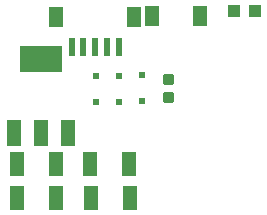
<source format=gbr>
G04 EAGLE Gerber X2 export*
%TF.Part,Single*%
%TF.FileFunction,Paste,Bot*%
%TF.FilePolarity,Positive*%
%TF.GenerationSoftware,Autodesk,EAGLE,9.1.3*%
%TF.CreationDate,2018-09-20T23:52:22Z*%
G75*
%MOMM*%
%FSLAX34Y34*%
%LPD*%
%AMOC8*
5,1,8,0,0,1.08239X$1,22.5*%
G01*
%ADD10R,1.270000X2.032000*%
%ADD11R,1.000000X1.100000*%
%ADD12R,1.282600X1.700000*%
%ADD13R,1.219200X2.235200*%
%ADD14R,3.600000X2.200000*%
%ADD15R,0.600000X0.600000*%
%ADD16R,0.600000X1.550000*%
%ADD17R,1.200000X1.800000*%
%ADD18C,0.222250*%


D10*
X318740Y315646D03*
X285720Y315646D03*
D11*
X407728Y445040D03*
X424728Y445040D03*
D12*
X378579Y441158D03*
X337467Y441158D03*
D13*
X266895Y342339D03*
X243781Y342339D03*
X220667Y342339D03*
D14*
X243781Y404317D03*
D10*
X318916Y287030D03*
X285896Y287030D03*
X223618Y287078D03*
X256638Y287078D03*
X223414Y315795D03*
X256434Y315795D03*
D15*
X290112Y390047D03*
X290112Y368047D03*
X310273Y390578D03*
X310273Y368578D03*
X329074Y369204D03*
X329074Y391204D03*
D16*
X309786Y415059D03*
X299786Y415059D03*
X289786Y415059D03*
X279786Y415059D03*
X269786Y415059D03*
D17*
X256786Y440309D03*
X322786Y440309D03*
D18*
X348390Y390956D02*
X348390Y384288D01*
X348390Y390956D02*
X355058Y390956D01*
X355058Y384288D01*
X348390Y384288D01*
X348390Y386400D02*
X355058Y386400D01*
X355058Y388512D02*
X348390Y388512D01*
X348390Y390624D02*
X355058Y390624D01*
X348390Y375716D02*
X348390Y369048D01*
X348390Y375716D02*
X355058Y375716D01*
X355058Y369048D01*
X348390Y369048D01*
X348390Y371160D02*
X355058Y371160D01*
X355058Y373272D02*
X348390Y373272D01*
X348390Y375384D02*
X355058Y375384D01*
M02*

</source>
